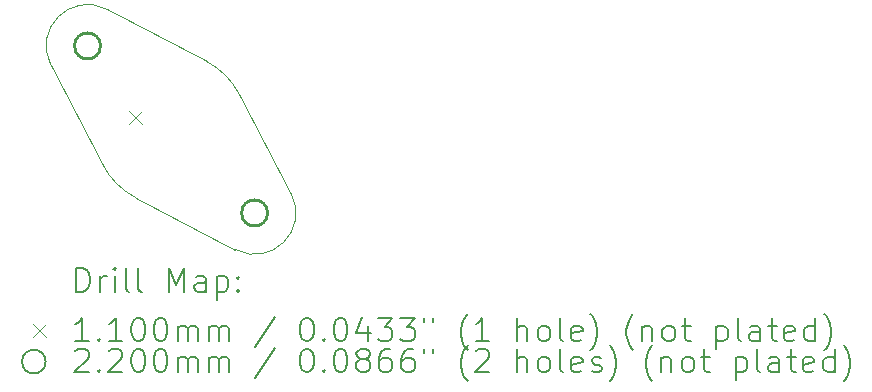
<source format=gbr>
%TF.GenerationSoftware,KiCad,Pcbnew,7.0.5*%
%TF.CreationDate,2023-06-18T14:53:14+02:00*%
%TF.ProjectId,RKJXM1015004_Angled,524b4a58-4d31-4303-9135-3030345f416e,rev?*%
%TF.SameCoordinates,Original*%
%TF.FileFunction,Drillmap*%
%TF.FilePolarity,Positive*%
%FSLAX45Y45*%
G04 Gerber Fmt 4.5, Leading zero omitted, Abs format (unit mm)*
G04 Created by KiCad (PCBNEW 7.0.5) date 2023-06-18 14:53:14*
%MOMM*%
%LPD*%
G01*
G04 APERTURE LIST*
%ADD10C,0.100000*%
%ADD11C,0.200000*%
%ADD12C,0.110000*%
%ADD13C,0.220000*%
G04 APERTURE END LIST*
D10*
X3320114Y-3550564D02*
G75*
G03*
X3595883Y-3826335I576646J300874D01*
G01*
X3351181Y-2232558D02*
G75*
G03*
X2879006Y-2704735I-161841J-310335D01*
G01*
X4472783Y-2949436D02*
G75*
G03*
X4197010Y-2673665I-576333J-300564D01*
G01*
X4913888Y-3795265D02*
X4472781Y-2949437D01*
X2879006Y-2704735D02*
X3320113Y-3550565D01*
X4441712Y-4267441D02*
X3595883Y-3826335D01*
X4441711Y-4267442D02*
G75*
G03*
X4913888Y-3795265I161842J310335D01*
G01*
X4197010Y-2673665D02*
X3351181Y-2232559D01*
D11*
D12*
X3541447Y-3095000D02*
X3651447Y-3205000D01*
X3651447Y-3095000D02*
X3541447Y-3205000D01*
D13*
X3299340Y-2542893D02*
G75*
G03*
X3299340Y-2542893I-110000J0D01*
G01*
X4713553Y-3957107D02*
G75*
G03*
X4713553Y-3957107I-110000J0D01*
G01*
D11*
X3095116Y-4623591D02*
X3095116Y-4423591D01*
X3095116Y-4423591D02*
X3142735Y-4423591D01*
X3142735Y-4423591D02*
X3171307Y-4433115D01*
X3171307Y-4433115D02*
X3190355Y-4452163D01*
X3190355Y-4452163D02*
X3199878Y-4471210D01*
X3199878Y-4471210D02*
X3209402Y-4509305D01*
X3209402Y-4509305D02*
X3209402Y-4537877D01*
X3209402Y-4537877D02*
X3199878Y-4575972D01*
X3199878Y-4575972D02*
X3190355Y-4595020D01*
X3190355Y-4595020D02*
X3171307Y-4614067D01*
X3171307Y-4614067D02*
X3142735Y-4623591D01*
X3142735Y-4623591D02*
X3095116Y-4623591D01*
X3295116Y-4623591D02*
X3295116Y-4490258D01*
X3295116Y-4528353D02*
X3304640Y-4509305D01*
X3304640Y-4509305D02*
X3314164Y-4499782D01*
X3314164Y-4499782D02*
X3333212Y-4490258D01*
X3333212Y-4490258D02*
X3352259Y-4490258D01*
X3418926Y-4623591D02*
X3418926Y-4490258D01*
X3418926Y-4423591D02*
X3409402Y-4433115D01*
X3409402Y-4433115D02*
X3418926Y-4442639D01*
X3418926Y-4442639D02*
X3428450Y-4433115D01*
X3428450Y-4433115D02*
X3418926Y-4423591D01*
X3418926Y-4423591D02*
X3418926Y-4442639D01*
X3542735Y-4623591D02*
X3523688Y-4614067D01*
X3523688Y-4614067D02*
X3514164Y-4595020D01*
X3514164Y-4595020D02*
X3514164Y-4423591D01*
X3647497Y-4623591D02*
X3628450Y-4614067D01*
X3628450Y-4614067D02*
X3618926Y-4595020D01*
X3618926Y-4595020D02*
X3618926Y-4423591D01*
X3876069Y-4623591D02*
X3876069Y-4423591D01*
X3876069Y-4423591D02*
X3942736Y-4566448D01*
X3942736Y-4566448D02*
X4009402Y-4423591D01*
X4009402Y-4423591D02*
X4009402Y-4623591D01*
X4190355Y-4623591D02*
X4190355Y-4518829D01*
X4190355Y-4518829D02*
X4180831Y-4499782D01*
X4180831Y-4499782D02*
X4161783Y-4490258D01*
X4161783Y-4490258D02*
X4123688Y-4490258D01*
X4123688Y-4490258D02*
X4104640Y-4499782D01*
X4190355Y-4614067D02*
X4171307Y-4623591D01*
X4171307Y-4623591D02*
X4123688Y-4623591D01*
X4123688Y-4623591D02*
X4104640Y-4614067D01*
X4104640Y-4614067D02*
X4095116Y-4595020D01*
X4095116Y-4595020D02*
X4095116Y-4575972D01*
X4095116Y-4575972D02*
X4104640Y-4556925D01*
X4104640Y-4556925D02*
X4123688Y-4547401D01*
X4123688Y-4547401D02*
X4171307Y-4547401D01*
X4171307Y-4547401D02*
X4190355Y-4537877D01*
X4285593Y-4490258D02*
X4285593Y-4690258D01*
X4285593Y-4499782D02*
X4304640Y-4490258D01*
X4304640Y-4490258D02*
X4342736Y-4490258D01*
X4342736Y-4490258D02*
X4361783Y-4499782D01*
X4361783Y-4499782D02*
X4371307Y-4509305D01*
X4371307Y-4509305D02*
X4380831Y-4528353D01*
X4380831Y-4528353D02*
X4380831Y-4585496D01*
X4380831Y-4585496D02*
X4371307Y-4604544D01*
X4371307Y-4604544D02*
X4361783Y-4614067D01*
X4361783Y-4614067D02*
X4342736Y-4623591D01*
X4342736Y-4623591D02*
X4304640Y-4623591D01*
X4304640Y-4623591D02*
X4285593Y-4614067D01*
X4466545Y-4604544D02*
X4476069Y-4614067D01*
X4476069Y-4614067D02*
X4466545Y-4623591D01*
X4466545Y-4623591D02*
X4457021Y-4614067D01*
X4457021Y-4614067D02*
X4466545Y-4604544D01*
X4466545Y-4604544D02*
X4466545Y-4623591D01*
X4466545Y-4499782D02*
X4476069Y-4509305D01*
X4476069Y-4509305D02*
X4466545Y-4518829D01*
X4466545Y-4518829D02*
X4457021Y-4509305D01*
X4457021Y-4509305D02*
X4466545Y-4499782D01*
X4466545Y-4499782D02*
X4466545Y-4518829D01*
D12*
X2724340Y-4897107D02*
X2834340Y-5007107D01*
X2834340Y-4897107D02*
X2724340Y-5007107D01*
D11*
X3199878Y-5043591D02*
X3085593Y-5043591D01*
X3142735Y-5043591D02*
X3142735Y-4843591D01*
X3142735Y-4843591D02*
X3123688Y-4872163D01*
X3123688Y-4872163D02*
X3104640Y-4891210D01*
X3104640Y-4891210D02*
X3085593Y-4900734D01*
X3285593Y-5024544D02*
X3295116Y-5034067D01*
X3295116Y-5034067D02*
X3285593Y-5043591D01*
X3285593Y-5043591D02*
X3276069Y-5034067D01*
X3276069Y-5034067D02*
X3285593Y-5024544D01*
X3285593Y-5024544D02*
X3285593Y-5043591D01*
X3485593Y-5043591D02*
X3371307Y-5043591D01*
X3428450Y-5043591D02*
X3428450Y-4843591D01*
X3428450Y-4843591D02*
X3409402Y-4872163D01*
X3409402Y-4872163D02*
X3390355Y-4891210D01*
X3390355Y-4891210D02*
X3371307Y-4900734D01*
X3609402Y-4843591D02*
X3628450Y-4843591D01*
X3628450Y-4843591D02*
X3647497Y-4853115D01*
X3647497Y-4853115D02*
X3657021Y-4862639D01*
X3657021Y-4862639D02*
X3666545Y-4881686D01*
X3666545Y-4881686D02*
X3676069Y-4919782D01*
X3676069Y-4919782D02*
X3676069Y-4967401D01*
X3676069Y-4967401D02*
X3666545Y-5005496D01*
X3666545Y-5005496D02*
X3657021Y-5024544D01*
X3657021Y-5024544D02*
X3647497Y-5034067D01*
X3647497Y-5034067D02*
X3628450Y-5043591D01*
X3628450Y-5043591D02*
X3609402Y-5043591D01*
X3609402Y-5043591D02*
X3590355Y-5034067D01*
X3590355Y-5034067D02*
X3580831Y-5024544D01*
X3580831Y-5024544D02*
X3571307Y-5005496D01*
X3571307Y-5005496D02*
X3561783Y-4967401D01*
X3561783Y-4967401D02*
X3561783Y-4919782D01*
X3561783Y-4919782D02*
X3571307Y-4881686D01*
X3571307Y-4881686D02*
X3580831Y-4862639D01*
X3580831Y-4862639D02*
X3590355Y-4853115D01*
X3590355Y-4853115D02*
X3609402Y-4843591D01*
X3799878Y-4843591D02*
X3818926Y-4843591D01*
X3818926Y-4843591D02*
X3837974Y-4853115D01*
X3837974Y-4853115D02*
X3847497Y-4862639D01*
X3847497Y-4862639D02*
X3857021Y-4881686D01*
X3857021Y-4881686D02*
X3866545Y-4919782D01*
X3866545Y-4919782D02*
X3866545Y-4967401D01*
X3866545Y-4967401D02*
X3857021Y-5005496D01*
X3857021Y-5005496D02*
X3847497Y-5024544D01*
X3847497Y-5024544D02*
X3837974Y-5034067D01*
X3837974Y-5034067D02*
X3818926Y-5043591D01*
X3818926Y-5043591D02*
X3799878Y-5043591D01*
X3799878Y-5043591D02*
X3780831Y-5034067D01*
X3780831Y-5034067D02*
X3771307Y-5024544D01*
X3771307Y-5024544D02*
X3761783Y-5005496D01*
X3761783Y-5005496D02*
X3752259Y-4967401D01*
X3752259Y-4967401D02*
X3752259Y-4919782D01*
X3752259Y-4919782D02*
X3761783Y-4881686D01*
X3761783Y-4881686D02*
X3771307Y-4862639D01*
X3771307Y-4862639D02*
X3780831Y-4853115D01*
X3780831Y-4853115D02*
X3799878Y-4843591D01*
X3952259Y-5043591D02*
X3952259Y-4910258D01*
X3952259Y-4929305D02*
X3961783Y-4919782D01*
X3961783Y-4919782D02*
X3980831Y-4910258D01*
X3980831Y-4910258D02*
X4009402Y-4910258D01*
X4009402Y-4910258D02*
X4028450Y-4919782D01*
X4028450Y-4919782D02*
X4037974Y-4938829D01*
X4037974Y-4938829D02*
X4037974Y-5043591D01*
X4037974Y-4938829D02*
X4047497Y-4919782D01*
X4047497Y-4919782D02*
X4066545Y-4910258D01*
X4066545Y-4910258D02*
X4095116Y-4910258D01*
X4095116Y-4910258D02*
X4114164Y-4919782D01*
X4114164Y-4919782D02*
X4123688Y-4938829D01*
X4123688Y-4938829D02*
X4123688Y-5043591D01*
X4218926Y-5043591D02*
X4218926Y-4910258D01*
X4218926Y-4929305D02*
X4228450Y-4919782D01*
X4228450Y-4919782D02*
X4247498Y-4910258D01*
X4247498Y-4910258D02*
X4276069Y-4910258D01*
X4276069Y-4910258D02*
X4295117Y-4919782D01*
X4295117Y-4919782D02*
X4304640Y-4938829D01*
X4304640Y-4938829D02*
X4304640Y-5043591D01*
X4304640Y-4938829D02*
X4314164Y-4919782D01*
X4314164Y-4919782D02*
X4333212Y-4910258D01*
X4333212Y-4910258D02*
X4361783Y-4910258D01*
X4361783Y-4910258D02*
X4380831Y-4919782D01*
X4380831Y-4919782D02*
X4390355Y-4938829D01*
X4390355Y-4938829D02*
X4390355Y-5043591D01*
X4780831Y-4834067D02*
X4609402Y-5091210D01*
X5037974Y-4843591D02*
X5057022Y-4843591D01*
X5057022Y-4843591D02*
X5076069Y-4853115D01*
X5076069Y-4853115D02*
X5085593Y-4862639D01*
X5085593Y-4862639D02*
X5095117Y-4881686D01*
X5095117Y-4881686D02*
X5104641Y-4919782D01*
X5104641Y-4919782D02*
X5104641Y-4967401D01*
X5104641Y-4967401D02*
X5095117Y-5005496D01*
X5095117Y-5005496D02*
X5085593Y-5024544D01*
X5085593Y-5024544D02*
X5076069Y-5034067D01*
X5076069Y-5034067D02*
X5057022Y-5043591D01*
X5057022Y-5043591D02*
X5037974Y-5043591D01*
X5037974Y-5043591D02*
X5018926Y-5034067D01*
X5018926Y-5034067D02*
X5009402Y-5024544D01*
X5009402Y-5024544D02*
X4999879Y-5005496D01*
X4999879Y-5005496D02*
X4990355Y-4967401D01*
X4990355Y-4967401D02*
X4990355Y-4919782D01*
X4990355Y-4919782D02*
X4999879Y-4881686D01*
X4999879Y-4881686D02*
X5009402Y-4862639D01*
X5009402Y-4862639D02*
X5018926Y-4853115D01*
X5018926Y-4853115D02*
X5037974Y-4843591D01*
X5190355Y-5024544D02*
X5199879Y-5034067D01*
X5199879Y-5034067D02*
X5190355Y-5043591D01*
X5190355Y-5043591D02*
X5180831Y-5034067D01*
X5180831Y-5034067D02*
X5190355Y-5024544D01*
X5190355Y-5024544D02*
X5190355Y-5043591D01*
X5323688Y-4843591D02*
X5342736Y-4843591D01*
X5342736Y-4843591D02*
X5361783Y-4853115D01*
X5361783Y-4853115D02*
X5371307Y-4862639D01*
X5371307Y-4862639D02*
X5380831Y-4881686D01*
X5380831Y-4881686D02*
X5390355Y-4919782D01*
X5390355Y-4919782D02*
X5390355Y-4967401D01*
X5390355Y-4967401D02*
X5380831Y-5005496D01*
X5380831Y-5005496D02*
X5371307Y-5024544D01*
X5371307Y-5024544D02*
X5361783Y-5034067D01*
X5361783Y-5034067D02*
X5342736Y-5043591D01*
X5342736Y-5043591D02*
X5323688Y-5043591D01*
X5323688Y-5043591D02*
X5304641Y-5034067D01*
X5304641Y-5034067D02*
X5295117Y-5024544D01*
X5295117Y-5024544D02*
X5285593Y-5005496D01*
X5285593Y-5005496D02*
X5276069Y-4967401D01*
X5276069Y-4967401D02*
X5276069Y-4919782D01*
X5276069Y-4919782D02*
X5285593Y-4881686D01*
X5285593Y-4881686D02*
X5295117Y-4862639D01*
X5295117Y-4862639D02*
X5304641Y-4853115D01*
X5304641Y-4853115D02*
X5323688Y-4843591D01*
X5561783Y-4910258D02*
X5561783Y-5043591D01*
X5514164Y-4834067D02*
X5466545Y-4976925D01*
X5466545Y-4976925D02*
X5590355Y-4976925D01*
X5647498Y-4843591D02*
X5771307Y-4843591D01*
X5771307Y-4843591D02*
X5704640Y-4919782D01*
X5704640Y-4919782D02*
X5733212Y-4919782D01*
X5733212Y-4919782D02*
X5752260Y-4929305D01*
X5752260Y-4929305D02*
X5761783Y-4938829D01*
X5761783Y-4938829D02*
X5771307Y-4957877D01*
X5771307Y-4957877D02*
X5771307Y-5005496D01*
X5771307Y-5005496D02*
X5761783Y-5024544D01*
X5761783Y-5024544D02*
X5752260Y-5034067D01*
X5752260Y-5034067D02*
X5733212Y-5043591D01*
X5733212Y-5043591D02*
X5676069Y-5043591D01*
X5676069Y-5043591D02*
X5657021Y-5034067D01*
X5657021Y-5034067D02*
X5647498Y-5024544D01*
X5837974Y-4843591D02*
X5961783Y-4843591D01*
X5961783Y-4843591D02*
X5895117Y-4919782D01*
X5895117Y-4919782D02*
X5923688Y-4919782D01*
X5923688Y-4919782D02*
X5942736Y-4929305D01*
X5942736Y-4929305D02*
X5952260Y-4938829D01*
X5952260Y-4938829D02*
X5961783Y-4957877D01*
X5961783Y-4957877D02*
X5961783Y-5005496D01*
X5961783Y-5005496D02*
X5952260Y-5024544D01*
X5952260Y-5024544D02*
X5942736Y-5034067D01*
X5942736Y-5034067D02*
X5923688Y-5043591D01*
X5923688Y-5043591D02*
X5866545Y-5043591D01*
X5866545Y-5043591D02*
X5847498Y-5034067D01*
X5847498Y-5034067D02*
X5837974Y-5024544D01*
X6037974Y-4843591D02*
X6037974Y-4881686D01*
X6114164Y-4843591D02*
X6114164Y-4881686D01*
X6409403Y-5119782D02*
X6399879Y-5110258D01*
X6399879Y-5110258D02*
X6380831Y-5081686D01*
X6380831Y-5081686D02*
X6371307Y-5062639D01*
X6371307Y-5062639D02*
X6361783Y-5034067D01*
X6361783Y-5034067D02*
X6352260Y-4986448D01*
X6352260Y-4986448D02*
X6352260Y-4948353D01*
X6352260Y-4948353D02*
X6361783Y-4900734D01*
X6361783Y-4900734D02*
X6371307Y-4872163D01*
X6371307Y-4872163D02*
X6380831Y-4853115D01*
X6380831Y-4853115D02*
X6399879Y-4824544D01*
X6399879Y-4824544D02*
X6409403Y-4815020D01*
X6590355Y-5043591D02*
X6476069Y-5043591D01*
X6533212Y-5043591D02*
X6533212Y-4843591D01*
X6533212Y-4843591D02*
X6514164Y-4872163D01*
X6514164Y-4872163D02*
X6495117Y-4891210D01*
X6495117Y-4891210D02*
X6476069Y-4900734D01*
X6828450Y-5043591D02*
X6828450Y-4843591D01*
X6914164Y-5043591D02*
X6914164Y-4938829D01*
X6914164Y-4938829D02*
X6904641Y-4919782D01*
X6904641Y-4919782D02*
X6885593Y-4910258D01*
X6885593Y-4910258D02*
X6857022Y-4910258D01*
X6857022Y-4910258D02*
X6837974Y-4919782D01*
X6837974Y-4919782D02*
X6828450Y-4929305D01*
X7037974Y-5043591D02*
X7018926Y-5034067D01*
X7018926Y-5034067D02*
X7009403Y-5024544D01*
X7009403Y-5024544D02*
X6999879Y-5005496D01*
X6999879Y-5005496D02*
X6999879Y-4948353D01*
X6999879Y-4948353D02*
X7009403Y-4929305D01*
X7009403Y-4929305D02*
X7018926Y-4919782D01*
X7018926Y-4919782D02*
X7037974Y-4910258D01*
X7037974Y-4910258D02*
X7066545Y-4910258D01*
X7066545Y-4910258D02*
X7085593Y-4919782D01*
X7085593Y-4919782D02*
X7095117Y-4929305D01*
X7095117Y-4929305D02*
X7104641Y-4948353D01*
X7104641Y-4948353D02*
X7104641Y-5005496D01*
X7104641Y-5005496D02*
X7095117Y-5024544D01*
X7095117Y-5024544D02*
X7085593Y-5034067D01*
X7085593Y-5034067D02*
X7066545Y-5043591D01*
X7066545Y-5043591D02*
X7037974Y-5043591D01*
X7218926Y-5043591D02*
X7199879Y-5034067D01*
X7199879Y-5034067D02*
X7190355Y-5015020D01*
X7190355Y-5015020D02*
X7190355Y-4843591D01*
X7371307Y-5034067D02*
X7352260Y-5043591D01*
X7352260Y-5043591D02*
X7314164Y-5043591D01*
X7314164Y-5043591D02*
X7295117Y-5034067D01*
X7295117Y-5034067D02*
X7285593Y-5015020D01*
X7285593Y-5015020D02*
X7285593Y-4938829D01*
X7285593Y-4938829D02*
X7295117Y-4919782D01*
X7295117Y-4919782D02*
X7314164Y-4910258D01*
X7314164Y-4910258D02*
X7352260Y-4910258D01*
X7352260Y-4910258D02*
X7371307Y-4919782D01*
X7371307Y-4919782D02*
X7380831Y-4938829D01*
X7380831Y-4938829D02*
X7380831Y-4957877D01*
X7380831Y-4957877D02*
X7285593Y-4976925D01*
X7447498Y-5119782D02*
X7457022Y-5110258D01*
X7457022Y-5110258D02*
X7476069Y-5081686D01*
X7476069Y-5081686D02*
X7485593Y-5062639D01*
X7485593Y-5062639D02*
X7495117Y-5034067D01*
X7495117Y-5034067D02*
X7504641Y-4986448D01*
X7504641Y-4986448D02*
X7504641Y-4948353D01*
X7504641Y-4948353D02*
X7495117Y-4900734D01*
X7495117Y-4900734D02*
X7485593Y-4872163D01*
X7485593Y-4872163D02*
X7476069Y-4853115D01*
X7476069Y-4853115D02*
X7457022Y-4824544D01*
X7457022Y-4824544D02*
X7447498Y-4815020D01*
X7809403Y-5119782D02*
X7799879Y-5110258D01*
X7799879Y-5110258D02*
X7780831Y-5081686D01*
X7780831Y-5081686D02*
X7771307Y-5062639D01*
X7771307Y-5062639D02*
X7761784Y-5034067D01*
X7761784Y-5034067D02*
X7752260Y-4986448D01*
X7752260Y-4986448D02*
X7752260Y-4948353D01*
X7752260Y-4948353D02*
X7761784Y-4900734D01*
X7761784Y-4900734D02*
X7771307Y-4872163D01*
X7771307Y-4872163D02*
X7780831Y-4853115D01*
X7780831Y-4853115D02*
X7799879Y-4824544D01*
X7799879Y-4824544D02*
X7809403Y-4815020D01*
X7885593Y-4910258D02*
X7885593Y-5043591D01*
X7885593Y-4929305D02*
X7895117Y-4919782D01*
X7895117Y-4919782D02*
X7914164Y-4910258D01*
X7914164Y-4910258D02*
X7942736Y-4910258D01*
X7942736Y-4910258D02*
X7961784Y-4919782D01*
X7961784Y-4919782D02*
X7971307Y-4938829D01*
X7971307Y-4938829D02*
X7971307Y-5043591D01*
X8095117Y-5043591D02*
X8076069Y-5034067D01*
X8076069Y-5034067D02*
X8066545Y-5024544D01*
X8066545Y-5024544D02*
X8057022Y-5005496D01*
X8057022Y-5005496D02*
X8057022Y-4948353D01*
X8057022Y-4948353D02*
X8066545Y-4929305D01*
X8066545Y-4929305D02*
X8076069Y-4919782D01*
X8076069Y-4919782D02*
X8095117Y-4910258D01*
X8095117Y-4910258D02*
X8123688Y-4910258D01*
X8123688Y-4910258D02*
X8142736Y-4919782D01*
X8142736Y-4919782D02*
X8152260Y-4929305D01*
X8152260Y-4929305D02*
X8161784Y-4948353D01*
X8161784Y-4948353D02*
X8161784Y-5005496D01*
X8161784Y-5005496D02*
X8152260Y-5024544D01*
X8152260Y-5024544D02*
X8142736Y-5034067D01*
X8142736Y-5034067D02*
X8123688Y-5043591D01*
X8123688Y-5043591D02*
X8095117Y-5043591D01*
X8218926Y-4910258D02*
X8295117Y-4910258D01*
X8247498Y-4843591D02*
X8247498Y-5015020D01*
X8247498Y-5015020D02*
X8257022Y-5034067D01*
X8257022Y-5034067D02*
X8276069Y-5043591D01*
X8276069Y-5043591D02*
X8295117Y-5043591D01*
X8514165Y-4910258D02*
X8514165Y-5110258D01*
X8514165Y-4919782D02*
X8533212Y-4910258D01*
X8533212Y-4910258D02*
X8571308Y-4910258D01*
X8571308Y-4910258D02*
X8590355Y-4919782D01*
X8590355Y-4919782D02*
X8599879Y-4929305D01*
X8599879Y-4929305D02*
X8609403Y-4948353D01*
X8609403Y-4948353D02*
X8609403Y-5005496D01*
X8609403Y-5005496D02*
X8599879Y-5024544D01*
X8599879Y-5024544D02*
X8590355Y-5034067D01*
X8590355Y-5034067D02*
X8571308Y-5043591D01*
X8571308Y-5043591D02*
X8533212Y-5043591D01*
X8533212Y-5043591D02*
X8514165Y-5034067D01*
X8723688Y-5043591D02*
X8704641Y-5034067D01*
X8704641Y-5034067D02*
X8695117Y-5015020D01*
X8695117Y-5015020D02*
X8695117Y-4843591D01*
X8885593Y-5043591D02*
X8885593Y-4938829D01*
X8885593Y-4938829D02*
X8876069Y-4919782D01*
X8876069Y-4919782D02*
X8857022Y-4910258D01*
X8857022Y-4910258D02*
X8818927Y-4910258D01*
X8818927Y-4910258D02*
X8799879Y-4919782D01*
X8885593Y-5034067D02*
X8866546Y-5043591D01*
X8866546Y-5043591D02*
X8818927Y-5043591D01*
X8818927Y-5043591D02*
X8799879Y-5034067D01*
X8799879Y-5034067D02*
X8790355Y-5015020D01*
X8790355Y-5015020D02*
X8790355Y-4995972D01*
X8790355Y-4995972D02*
X8799879Y-4976925D01*
X8799879Y-4976925D02*
X8818927Y-4967401D01*
X8818927Y-4967401D02*
X8866546Y-4967401D01*
X8866546Y-4967401D02*
X8885593Y-4957877D01*
X8952260Y-4910258D02*
X9028450Y-4910258D01*
X8980831Y-4843591D02*
X8980831Y-5015020D01*
X8980831Y-5015020D02*
X8990355Y-5034067D01*
X8990355Y-5034067D02*
X9009403Y-5043591D01*
X9009403Y-5043591D02*
X9028450Y-5043591D01*
X9171308Y-5034067D02*
X9152260Y-5043591D01*
X9152260Y-5043591D02*
X9114165Y-5043591D01*
X9114165Y-5043591D02*
X9095117Y-5034067D01*
X9095117Y-5034067D02*
X9085593Y-5015020D01*
X9085593Y-5015020D02*
X9085593Y-4938829D01*
X9085593Y-4938829D02*
X9095117Y-4919782D01*
X9095117Y-4919782D02*
X9114165Y-4910258D01*
X9114165Y-4910258D02*
X9152260Y-4910258D01*
X9152260Y-4910258D02*
X9171308Y-4919782D01*
X9171308Y-4919782D02*
X9180831Y-4938829D01*
X9180831Y-4938829D02*
X9180831Y-4957877D01*
X9180831Y-4957877D02*
X9085593Y-4976925D01*
X9352260Y-5043591D02*
X9352260Y-4843591D01*
X9352260Y-5034067D02*
X9333212Y-5043591D01*
X9333212Y-5043591D02*
X9295117Y-5043591D01*
X9295117Y-5043591D02*
X9276069Y-5034067D01*
X9276069Y-5034067D02*
X9266546Y-5024544D01*
X9266546Y-5024544D02*
X9257022Y-5005496D01*
X9257022Y-5005496D02*
X9257022Y-4948353D01*
X9257022Y-4948353D02*
X9266546Y-4929305D01*
X9266546Y-4929305D02*
X9276069Y-4919782D01*
X9276069Y-4919782D02*
X9295117Y-4910258D01*
X9295117Y-4910258D02*
X9333212Y-4910258D01*
X9333212Y-4910258D02*
X9352260Y-4919782D01*
X9428450Y-5119782D02*
X9437974Y-5110258D01*
X9437974Y-5110258D02*
X9457022Y-5081686D01*
X9457022Y-5081686D02*
X9466546Y-5062639D01*
X9466546Y-5062639D02*
X9476069Y-5034067D01*
X9476069Y-5034067D02*
X9485593Y-4986448D01*
X9485593Y-4986448D02*
X9485593Y-4948353D01*
X9485593Y-4948353D02*
X9476069Y-4900734D01*
X9476069Y-4900734D02*
X9466546Y-4872163D01*
X9466546Y-4872163D02*
X9457022Y-4853115D01*
X9457022Y-4853115D02*
X9437974Y-4824544D01*
X9437974Y-4824544D02*
X9428450Y-4815020D01*
X2834340Y-5216107D02*
G75*
G03*
X2834340Y-5216107I-100000J0D01*
G01*
X3085593Y-5126639D02*
X3095116Y-5117115D01*
X3095116Y-5117115D02*
X3114164Y-5107591D01*
X3114164Y-5107591D02*
X3161783Y-5107591D01*
X3161783Y-5107591D02*
X3180831Y-5117115D01*
X3180831Y-5117115D02*
X3190355Y-5126639D01*
X3190355Y-5126639D02*
X3199878Y-5145686D01*
X3199878Y-5145686D02*
X3199878Y-5164734D01*
X3199878Y-5164734D02*
X3190355Y-5193305D01*
X3190355Y-5193305D02*
X3076069Y-5307591D01*
X3076069Y-5307591D02*
X3199878Y-5307591D01*
X3285593Y-5288544D02*
X3295116Y-5298067D01*
X3295116Y-5298067D02*
X3285593Y-5307591D01*
X3285593Y-5307591D02*
X3276069Y-5298067D01*
X3276069Y-5298067D02*
X3285593Y-5288544D01*
X3285593Y-5288544D02*
X3285593Y-5307591D01*
X3371307Y-5126639D02*
X3380831Y-5117115D01*
X3380831Y-5117115D02*
X3399878Y-5107591D01*
X3399878Y-5107591D02*
X3447497Y-5107591D01*
X3447497Y-5107591D02*
X3466545Y-5117115D01*
X3466545Y-5117115D02*
X3476069Y-5126639D01*
X3476069Y-5126639D02*
X3485593Y-5145686D01*
X3485593Y-5145686D02*
X3485593Y-5164734D01*
X3485593Y-5164734D02*
X3476069Y-5193305D01*
X3476069Y-5193305D02*
X3361783Y-5307591D01*
X3361783Y-5307591D02*
X3485593Y-5307591D01*
X3609402Y-5107591D02*
X3628450Y-5107591D01*
X3628450Y-5107591D02*
X3647497Y-5117115D01*
X3647497Y-5117115D02*
X3657021Y-5126639D01*
X3657021Y-5126639D02*
X3666545Y-5145686D01*
X3666545Y-5145686D02*
X3676069Y-5183782D01*
X3676069Y-5183782D02*
X3676069Y-5231401D01*
X3676069Y-5231401D02*
X3666545Y-5269496D01*
X3666545Y-5269496D02*
X3657021Y-5288544D01*
X3657021Y-5288544D02*
X3647497Y-5298067D01*
X3647497Y-5298067D02*
X3628450Y-5307591D01*
X3628450Y-5307591D02*
X3609402Y-5307591D01*
X3609402Y-5307591D02*
X3590355Y-5298067D01*
X3590355Y-5298067D02*
X3580831Y-5288544D01*
X3580831Y-5288544D02*
X3571307Y-5269496D01*
X3571307Y-5269496D02*
X3561783Y-5231401D01*
X3561783Y-5231401D02*
X3561783Y-5183782D01*
X3561783Y-5183782D02*
X3571307Y-5145686D01*
X3571307Y-5145686D02*
X3580831Y-5126639D01*
X3580831Y-5126639D02*
X3590355Y-5117115D01*
X3590355Y-5117115D02*
X3609402Y-5107591D01*
X3799878Y-5107591D02*
X3818926Y-5107591D01*
X3818926Y-5107591D02*
X3837974Y-5117115D01*
X3837974Y-5117115D02*
X3847497Y-5126639D01*
X3847497Y-5126639D02*
X3857021Y-5145686D01*
X3857021Y-5145686D02*
X3866545Y-5183782D01*
X3866545Y-5183782D02*
X3866545Y-5231401D01*
X3866545Y-5231401D02*
X3857021Y-5269496D01*
X3857021Y-5269496D02*
X3847497Y-5288544D01*
X3847497Y-5288544D02*
X3837974Y-5298067D01*
X3837974Y-5298067D02*
X3818926Y-5307591D01*
X3818926Y-5307591D02*
X3799878Y-5307591D01*
X3799878Y-5307591D02*
X3780831Y-5298067D01*
X3780831Y-5298067D02*
X3771307Y-5288544D01*
X3771307Y-5288544D02*
X3761783Y-5269496D01*
X3761783Y-5269496D02*
X3752259Y-5231401D01*
X3752259Y-5231401D02*
X3752259Y-5183782D01*
X3752259Y-5183782D02*
X3761783Y-5145686D01*
X3761783Y-5145686D02*
X3771307Y-5126639D01*
X3771307Y-5126639D02*
X3780831Y-5117115D01*
X3780831Y-5117115D02*
X3799878Y-5107591D01*
X3952259Y-5307591D02*
X3952259Y-5174258D01*
X3952259Y-5193305D02*
X3961783Y-5183782D01*
X3961783Y-5183782D02*
X3980831Y-5174258D01*
X3980831Y-5174258D02*
X4009402Y-5174258D01*
X4009402Y-5174258D02*
X4028450Y-5183782D01*
X4028450Y-5183782D02*
X4037974Y-5202829D01*
X4037974Y-5202829D02*
X4037974Y-5307591D01*
X4037974Y-5202829D02*
X4047497Y-5183782D01*
X4047497Y-5183782D02*
X4066545Y-5174258D01*
X4066545Y-5174258D02*
X4095116Y-5174258D01*
X4095116Y-5174258D02*
X4114164Y-5183782D01*
X4114164Y-5183782D02*
X4123688Y-5202829D01*
X4123688Y-5202829D02*
X4123688Y-5307591D01*
X4218926Y-5307591D02*
X4218926Y-5174258D01*
X4218926Y-5193305D02*
X4228450Y-5183782D01*
X4228450Y-5183782D02*
X4247498Y-5174258D01*
X4247498Y-5174258D02*
X4276069Y-5174258D01*
X4276069Y-5174258D02*
X4295117Y-5183782D01*
X4295117Y-5183782D02*
X4304640Y-5202829D01*
X4304640Y-5202829D02*
X4304640Y-5307591D01*
X4304640Y-5202829D02*
X4314164Y-5183782D01*
X4314164Y-5183782D02*
X4333212Y-5174258D01*
X4333212Y-5174258D02*
X4361783Y-5174258D01*
X4361783Y-5174258D02*
X4380831Y-5183782D01*
X4380831Y-5183782D02*
X4390355Y-5202829D01*
X4390355Y-5202829D02*
X4390355Y-5307591D01*
X4780831Y-5098067D02*
X4609402Y-5355210D01*
X5037974Y-5107591D02*
X5057022Y-5107591D01*
X5057022Y-5107591D02*
X5076069Y-5117115D01*
X5076069Y-5117115D02*
X5085593Y-5126639D01*
X5085593Y-5126639D02*
X5095117Y-5145686D01*
X5095117Y-5145686D02*
X5104641Y-5183782D01*
X5104641Y-5183782D02*
X5104641Y-5231401D01*
X5104641Y-5231401D02*
X5095117Y-5269496D01*
X5095117Y-5269496D02*
X5085593Y-5288544D01*
X5085593Y-5288544D02*
X5076069Y-5298067D01*
X5076069Y-5298067D02*
X5057022Y-5307591D01*
X5057022Y-5307591D02*
X5037974Y-5307591D01*
X5037974Y-5307591D02*
X5018926Y-5298067D01*
X5018926Y-5298067D02*
X5009402Y-5288544D01*
X5009402Y-5288544D02*
X4999879Y-5269496D01*
X4999879Y-5269496D02*
X4990355Y-5231401D01*
X4990355Y-5231401D02*
X4990355Y-5183782D01*
X4990355Y-5183782D02*
X4999879Y-5145686D01*
X4999879Y-5145686D02*
X5009402Y-5126639D01*
X5009402Y-5126639D02*
X5018926Y-5117115D01*
X5018926Y-5117115D02*
X5037974Y-5107591D01*
X5190355Y-5288544D02*
X5199879Y-5298067D01*
X5199879Y-5298067D02*
X5190355Y-5307591D01*
X5190355Y-5307591D02*
X5180831Y-5298067D01*
X5180831Y-5298067D02*
X5190355Y-5288544D01*
X5190355Y-5288544D02*
X5190355Y-5307591D01*
X5323688Y-5107591D02*
X5342736Y-5107591D01*
X5342736Y-5107591D02*
X5361783Y-5117115D01*
X5361783Y-5117115D02*
X5371307Y-5126639D01*
X5371307Y-5126639D02*
X5380831Y-5145686D01*
X5380831Y-5145686D02*
X5390355Y-5183782D01*
X5390355Y-5183782D02*
X5390355Y-5231401D01*
X5390355Y-5231401D02*
X5380831Y-5269496D01*
X5380831Y-5269496D02*
X5371307Y-5288544D01*
X5371307Y-5288544D02*
X5361783Y-5298067D01*
X5361783Y-5298067D02*
X5342736Y-5307591D01*
X5342736Y-5307591D02*
X5323688Y-5307591D01*
X5323688Y-5307591D02*
X5304641Y-5298067D01*
X5304641Y-5298067D02*
X5295117Y-5288544D01*
X5295117Y-5288544D02*
X5285593Y-5269496D01*
X5285593Y-5269496D02*
X5276069Y-5231401D01*
X5276069Y-5231401D02*
X5276069Y-5183782D01*
X5276069Y-5183782D02*
X5285593Y-5145686D01*
X5285593Y-5145686D02*
X5295117Y-5126639D01*
X5295117Y-5126639D02*
X5304641Y-5117115D01*
X5304641Y-5117115D02*
X5323688Y-5107591D01*
X5504641Y-5193305D02*
X5485593Y-5183782D01*
X5485593Y-5183782D02*
X5476069Y-5174258D01*
X5476069Y-5174258D02*
X5466545Y-5155210D01*
X5466545Y-5155210D02*
X5466545Y-5145686D01*
X5466545Y-5145686D02*
X5476069Y-5126639D01*
X5476069Y-5126639D02*
X5485593Y-5117115D01*
X5485593Y-5117115D02*
X5504641Y-5107591D01*
X5504641Y-5107591D02*
X5542736Y-5107591D01*
X5542736Y-5107591D02*
X5561783Y-5117115D01*
X5561783Y-5117115D02*
X5571307Y-5126639D01*
X5571307Y-5126639D02*
X5580831Y-5145686D01*
X5580831Y-5145686D02*
X5580831Y-5155210D01*
X5580831Y-5155210D02*
X5571307Y-5174258D01*
X5571307Y-5174258D02*
X5561783Y-5183782D01*
X5561783Y-5183782D02*
X5542736Y-5193305D01*
X5542736Y-5193305D02*
X5504641Y-5193305D01*
X5504641Y-5193305D02*
X5485593Y-5202829D01*
X5485593Y-5202829D02*
X5476069Y-5212353D01*
X5476069Y-5212353D02*
X5466545Y-5231401D01*
X5466545Y-5231401D02*
X5466545Y-5269496D01*
X5466545Y-5269496D02*
X5476069Y-5288544D01*
X5476069Y-5288544D02*
X5485593Y-5298067D01*
X5485593Y-5298067D02*
X5504641Y-5307591D01*
X5504641Y-5307591D02*
X5542736Y-5307591D01*
X5542736Y-5307591D02*
X5561783Y-5298067D01*
X5561783Y-5298067D02*
X5571307Y-5288544D01*
X5571307Y-5288544D02*
X5580831Y-5269496D01*
X5580831Y-5269496D02*
X5580831Y-5231401D01*
X5580831Y-5231401D02*
X5571307Y-5212353D01*
X5571307Y-5212353D02*
X5561783Y-5202829D01*
X5561783Y-5202829D02*
X5542736Y-5193305D01*
X5752260Y-5107591D02*
X5714164Y-5107591D01*
X5714164Y-5107591D02*
X5695117Y-5117115D01*
X5695117Y-5117115D02*
X5685593Y-5126639D01*
X5685593Y-5126639D02*
X5666545Y-5155210D01*
X5666545Y-5155210D02*
X5657021Y-5193305D01*
X5657021Y-5193305D02*
X5657021Y-5269496D01*
X5657021Y-5269496D02*
X5666545Y-5288544D01*
X5666545Y-5288544D02*
X5676069Y-5298067D01*
X5676069Y-5298067D02*
X5695117Y-5307591D01*
X5695117Y-5307591D02*
X5733212Y-5307591D01*
X5733212Y-5307591D02*
X5752260Y-5298067D01*
X5752260Y-5298067D02*
X5761783Y-5288544D01*
X5761783Y-5288544D02*
X5771307Y-5269496D01*
X5771307Y-5269496D02*
X5771307Y-5221877D01*
X5771307Y-5221877D02*
X5761783Y-5202829D01*
X5761783Y-5202829D02*
X5752260Y-5193305D01*
X5752260Y-5193305D02*
X5733212Y-5183782D01*
X5733212Y-5183782D02*
X5695117Y-5183782D01*
X5695117Y-5183782D02*
X5676069Y-5193305D01*
X5676069Y-5193305D02*
X5666545Y-5202829D01*
X5666545Y-5202829D02*
X5657021Y-5221877D01*
X5942736Y-5107591D02*
X5904640Y-5107591D01*
X5904640Y-5107591D02*
X5885593Y-5117115D01*
X5885593Y-5117115D02*
X5876069Y-5126639D01*
X5876069Y-5126639D02*
X5857021Y-5155210D01*
X5857021Y-5155210D02*
X5847498Y-5193305D01*
X5847498Y-5193305D02*
X5847498Y-5269496D01*
X5847498Y-5269496D02*
X5857021Y-5288544D01*
X5857021Y-5288544D02*
X5866545Y-5298067D01*
X5866545Y-5298067D02*
X5885593Y-5307591D01*
X5885593Y-5307591D02*
X5923688Y-5307591D01*
X5923688Y-5307591D02*
X5942736Y-5298067D01*
X5942736Y-5298067D02*
X5952260Y-5288544D01*
X5952260Y-5288544D02*
X5961783Y-5269496D01*
X5961783Y-5269496D02*
X5961783Y-5221877D01*
X5961783Y-5221877D02*
X5952260Y-5202829D01*
X5952260Y-5202829D02*
X5942736Y-5193305D01*
X5942736Y-5193305D02*
X5923688Y-5183782D01*
X5923688Y-5183782D02*
X5885593Y-5183782D01*
X5885593Y-5183782D02*
X5866545Y-5193305D01*
X5866545Y-5193305D02*
X5857021Y-5202829D01*
X5857021Y-5202829D02*
X5847498Y-5221877D01*
X6037974Y-5107591D02*
X6037974Y-5145686D01*
X6114164Y-5107591D02*
X6114164Y-5145686D01*
X6409403Y-5383782D02*
X6399879Y-5374258D01*
X6399879Y-5374258D02*
X6380831Y-5345686D01*
X6380831Y-5345686D02*
X6371307Y-5326639D01*
X6371307Y-5326639D02*
X6361783Y-5298067D01*
X6361783Y-5298067D02*
X6352260Y-5250448D01*
X6352260Y-5250448D02*
X6352260Y-5212353D01*
X6352260Y-5212353D02*
X6361783Y-5164734D01*
X6361783Y-5164734D02*
X6371307Y-5136163D01*
X6371307Y-5136163D02*
X6380831Y-5117115D01*
X6380831Y-5117115D02*
X6399879Y-5088544D01*
X6399879Y-5088544D02*
X6409403Y-5079020D01*
X6476069Y-5126639D02*
X6485593Y-5117115D01*
X6485593Y-5117115D02*
X6504641Y-5107591D01*
X6504641Y-5107591D02*
X6552260Y-5107591D01*
X6552260Y-5107591D02*
X6571307Y-5117115D01*
X6571307Y-5117115D02*
X6580831Y-5126639D01*
X6580831Y-5126639D02*
X6590355Y-5145686D01*
X6590355Y-5145686D02*
X6590355Y-5164734D01*
X6590355Y-5164734D02*
X6580831Y-5193305D01*
X6580831Y-5193305D02*
X6466545Y-5307591D01*
X6466545Y-5307591D02*
X6590355Y-5307591D01*
X6828450Y-5307591D02*
X6828450Y-5107591D01*
X6914164Y-5307591D02*
X6914164Y-5202829D01*
X6914164Y-5202829D02*
X6904641Y-5183782D01*
X6904641Y-5183782D02*
X6885593Y-5174258D01*
X6885593Y-5174258D02*
X6857022Y-5174258D01*
X6857022Y-5174258D02*
X6837974Y-5183782D01*
X6837974Y-5183782D02*
X6828450Y-5193305D01*
X7037974Y-5307591D02*
X7018926Y-5298067D01*
X7018926Y-5298067D02*
X7009403Y-5288544D01*
X7009403Y-5288544D02*
X6999879Y-5269496D01*
X6999879Y-5269496D02*
X6999879Y-5212353D01*
X6999879Y-5212353D02*
X7009403Y-5193305D01*
X7009403Y-5193305D02*
X7018926Y-5183782D01*
X7018926Y-5183782D02*
X7037974Y-5174258D01*
X7037974Y-5174258D02*
X7066545Y-5174258D01*
X7066545Y-5174258D02*
X7085593Y-5183782D01*
X7085593Y-5183782D02*
X7095117Y-5193305D01*
X7095117Y-5193305D02*
X7104641Y-5212353D01*
X7104641Y-5212353D02*
X7104641Y-5269496D01*
X7104641Y-5269496D02*
X7095117Y-5288544D01*
X7095117Y-5288544D02*
X7085593Y-5298067D01*
X7085593Y-5298067D02*
X7066545Y-5307591D01*
X7066545Y-5307591D02*
X7037974Y-5307591D01*
X7218926Y-5307591D02*
X7199879Y-5298067D01*
X7199879Y-5298067D02*
X7190355Y-5279020D01*
X7190355Y-5279020D02*
X7190355Y-5107591D01*
X7371307Y-5298067D02*
X7352260Y-5307591D01*
X7352260Y-5307591D02*
X7314164Y-5307591D01*
X7314164Y-5307591D02*
X7295117Y-5298067D01*
X7295117Y-5298067D02*
X7285593Y-5279020D01*
X7285593Y-5279020D02*
X7285593Y-5202829D01*
X7285593Y-5202829D02*
X7295117Y-5183782D01*
X7295117Y-5183782D02*
X7314164Y-5174258D01*
X7314164Y-5174258D02*
X7352260Y-5174258D01*
X7352260Y-5174258D02*
X7371307Y-5183782D01*
X7371307Y-5183782D02*
X7380831Y-5202829D01*
X7380831Y-5202829D02*
X7380831Y-5221877D01*
X7380831Y-5221877D02*
X7285593Y-5240925D01*
X7457022Y-5298067D02*
X7476069Y-5307591D01*
X7476069Y-5307591D02*
X7514164Y-5307591D01*
X7514164Y-5307591D02*
X7533212Y-5298067D01*
X7533212Y-5298067D02*
X7542736Y-5279020D01*
X7542736Y-5279020D02*
X7542736Y-5269496D01*
X7542736Y-5269496D02*
X7533212Y-5250448D01*
X7533212Y-5250448D02*
X7514164Y-5240925D01*
X7514164Y-5240925D02*
X7485593Y-5240925D01*
X7485593Y-5240925D02*
X7466545Y-5231401D01*
X7466545Y-5231401D02*
X7457022Y-5212353D01*
X7457022Y-5212353D02*
X7457022Y-5202829D01*
X7457022Y-5202829D02*
X7466545Y-5183782D01*
X7466545Y-5183782D02*
X7485593Y-5174258D01*
X7485593Y-5174258D02*
X7514164Y-5174258D01*
X7514164Y-5174258D02*
X7533212Y-5183782D01*
X7609403Y-5383782D02*
X7618926Y-5374258D01*
X7618926Y-5374258D02*
X7637974Y-5345686D01*
X7637974Y-5345686D02*
X7647498Y-5326639D01*
X7647498Y-5326639D02*
X7657022Y-5298067D01*
X7657022Y-5298067D02*
X7666545Y-5250448D01*
X7666545Y-5250448D02*
X7666545Y-5212353D01*
X7666545Y-5212353D02*
X7657022Y-5164734D01*
X7657022Y-5164734D02*
X7647498Y-5136163D01*
X7647498Y-5136163D02*
X7637974Y-5117115D01*
X7637974Y-5117115D02*
X7618926Y-5088544D01*
X7618926Y-5088544D02*
X7609403Y-5079020D01*
X7971307Y-5383782D02*
X7961784Y-5374258D01*
X7961784Y-5374258D02*
X7942736Y-5345686D01*
X7942736Y-5345686D02*
X7933212Y-5326639D01*
X7933212Y-5326639D02*
X7923688Y-5298067D01*
X7923688Y-5298067D02*
X7914165Y-5250448D01*
X7914165Y-5250448D02*
X7914165Y-5212353D01*
X7914165Y-5212353D02*
X7923688Y-5164734D01*
X7923688Y-5164734D02*
X7933212Y-5136163D01*
X7933212Y-5136163D02*
X7942736Y-5117115D01*
X7942736Y-5117115D02*
X7961784Y-5088544D01*
X7961784Y-5088544D02*
X7971307Y-5079020D01*
X8047498Y-5174258D02*
X8047498Y-5307591D01*
X8047498Y-5193305D02*
X8057022Y-5183782D01*
X8057022Y-5183782D02*
X8076069Y-5174258D01*
X8076069Y-5174258D02*
X8104641Y-5174258D01*
X8104641Y-5174258D02*
X8123688Y-5183782D01*
X8123688Y-5183782D02*
X8133212Y-5202829D01*
X8133212Y-5202829D02*
X8133212Y-5307591D01*
X8257022Y-5307591D02*
X8237974Y-5298067D01*
X8237974Y-5298067D02*
X8228450Y-5288544D01*
X8228450Y-5288544D02*
X8218926Y-5269496D01*
X8218926Y-5269496D02*
X8218926Y-5212353D01*
X8218926Y-5212353D02*
X8228450Y-5193305D01*
X8228450Y-5193305D02*
X8237974Y-5183782D01*
X8237974Y-5183782D02*
X8257022Y-5174258D01*
X8257022Y-5174258D02*
X8285593Y-5174258D01*
X8285593Y-5174258D02*
X8304641Y-5183782D01*
X8304641Y-5183782D02*
X8314165Y-5193305D01*
X8314165Y-5193305D02*
X8323688Y-5212353D01*
X8323688Y-5212353D02*
X8323688Y-5269496D01*
X8323688Y-5269496D02*
X8314165Y-5288544D01*
X8314165Y-5288544D02*
X8304641Y-5298067D01*
X8304641Y-5298067D02*
X8285593Y-5307591D01*
X8285593Y-5307591D02*
X8257022Y-5307591D01*
X8380831Y-5174258D02*
X8457022Y-5174258D01*
X8409403Y-5107591D02*
X8409403Y-5279020D01*
X8409403Y-5279020D02*
X8418927Y-5298067D01*
X8418927Y-5298067D02*
X8437974Y-5307591D01*
X8437974Y-5307591D02*
X8457022Y-5307591D01*
X8676069Y-5174258D02*
X8676069Y-5374258D01*
X8676069Y-5183782D02*
X8695117Y-5174258D01*
X8695117Y-5174258D02*
X8733212Y-5174258D01*
X8733212Y-5174258D02*
X8752260Y-5183782D01*
X8752260Y-5183782D02*
X8761784Y-5193305D01*
X8761784Y-5193305D02*
X8771308Y-5212353D01*
X8771308Y-5212353D02*
X8771308Y-5269496D01*
X8771308Y-5269496D02*
X8761784Y-5288544D01*
X8761784Y-5288544D02*
X8752260Y-5298067D01*
X8752260Y-5298067D02*
X8733212Y-5307591D01*
X8733212Y-5307591D02*
X8695117Y-5307591D01*
X8695117Y-5307591D02*
X8676069Y-5298067D01*
X8885593Y-5307591D02*
X8866546Y-5298067D01*
X8866546Y-5298067D02*
X8857022Y-5279020D01*
X8857022Y-5279020D02*
X8857022Y-5107591D01*
X9047498Y-5307591D02*
X9047498Y-5202829D01*
X9047498Y-5202829D02*
X9037974Y-5183782D01*
X9037974Y-5183782D02*
X9018927Y-5174258D01*
X9018927Y-5174258D02*
X8980831Y-5174258D01*
X8980831Y-5174258D02*
X8961784Y-5183782D01*
X9047498Y-5298067D02*
X9028450Y-5307591D01*
X9028450Y-5307591D02*
X8980831Y-5307591D01*
X8980831Y-5307591D02*
X8961784Y-5298067D01*
X8961784Y-5298067D02*
X8952260Y-5279020D01*
X8952260Y-5279020D02*
X8952260Y-5259972D01*
X8952260Y-5259972D02*
X8961784Y-5240925D01*
X8961784Y-5240925D02*
X8980831Y-5231401D01*
X8980831Y-5231401D02*
X9028450Y-5231401D01*
X9028450Y-5231401D02*
X9047498Y-5221877D01*
X9114165Y-5174258D02*
X9190355Y-5174258D01*
X9142736Y-5107591D02*
X9142736Y-5279020D01*
X9142736Y-5279020D02*
X9152260Y-5298067D01*
X9152260Y-5298067D02*
X9171308Y-5307591D01*
X9171308Y-5307591D02*
X9190355Y-5307591D01*
X9333212Y-5298067D02*
X9314165Y-5307591D01*
X9314165Y-5307591D02*
X9276069Y-5307591D01*
X9276069Y-5307591D02*
X9257022Y-5298067D01*
X9257022Y-5298067D02*
X9247498Y-5279020D01*
X9247498Y-5279020D02*
X9247498Y-5202829D01*
X9247498Y-5202829D02*
X9257022Y-5183782D01*
X9257022Y-5183782D02*
X9276069Y-5174258D01*
X9276069Y-5174258D02*
X9314165Y-5174258D01*
X9314165Y-5174258D02*
X9333212Y-5183782D01*
X9333212Y-5183782D02*
X9342736Y-5202829D01*
X9342736Y-5202829D02*
X9342736Y-5221877D01*
X9342736Y-5221877D02*
X9247498Y-5240925D01*
X9514165Y-5307591D02*
X9514165Y-5107591D01*
X9514165Y-5298067D02*
X9495117Y-5307591D01*
X9495117Y-5307591D02*
X9457022Y-5307591D01*
X9457022Y-5307591D02*
X9437974Y-5298067D01*
X9437974Y-5298067D02*
X9428450Y-5288544D01*
X9428450Y-5288544D02*
X9418927Y-5269496D01*
X9418927Y-5269496D02*
X9418927Y-5212353D01*
X9418927Y-5212353D02*
X9428450Y-5193305D01*
X9428450Y-5193305D02*
X9437974Y-5183782D01*
X9437974Y-5183782D02*
X9457022Y-5174258D01*
X9457022Y-5174258D02*
X9495117Y-5174258D01*
X9495117Y-5174258D02*
X9514165Y-5183782D01*
X9590355Y-5383782D02*
X9599879Y-5374258D01*
X9599879Y-5374258D02*
X9618927Y-5345686D01*
X9618927Y-5345686D02*
X9628450Y-5326639D01*
X9628450Y-5326639D02*
X9637974Y-5298067D01*
X9637974Y-5298067D02*
X9647498Y-5250448D01*
X9647498Y-5250448D02*
X9647498Y-5212353D01*
X9647498Y-5212353D02*
X9637974Y-5164734D01*
X9637974Y-5164734D02*
X9628450Y-5136163D01*
X9628450Y-5136163D02*
X9618927Y-5117115D01*
X9618927Y-5117115D02*
X9599879Y-5088544D01*
X9599879Y-5088544D02*
X9590355Y-5079020D01*
M02*

</source>
